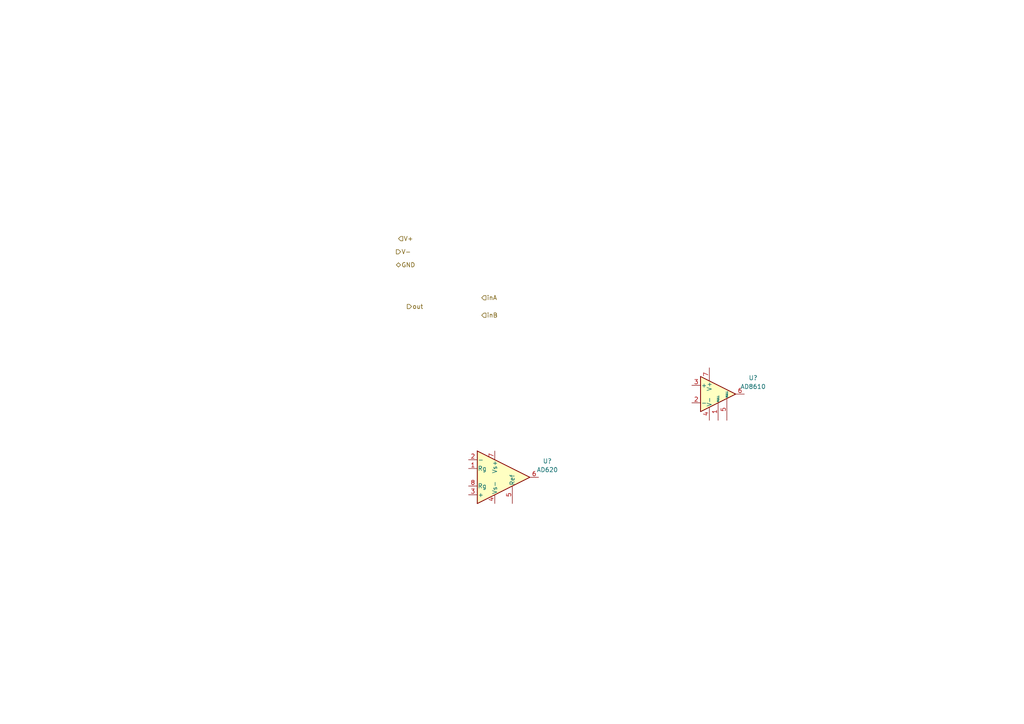
<source format=kicad_sch>
(kicad_sch (version 20211123) (generator eeschema)
  (paper "A4")
  (lib_symbols
    (symbol "Amplifier_Instrumentation:AD620" (pin_names (offset 0.127))
      (property "Reference" "U" (at 3.81 7.62 0))
      (property "Value" "AD620" (at 5.08 5.08 0))
      (symbol "AD620_0_1"
        (polyline (pts (xy -7.62 7.62) (xy -7.62 -7.62) (xy 7.62 0) (xy -7.62 7.62)) (stroke (width 0.254)) (fill (type background)))
      )
      (symbol "AD620_1_1"
        (pin passive line (at -10.16 2.54 0) (length 2.54) (name "Rg") (number "1"))
        (pin input line (at -10.16 5.08 0) (length 2.54) (name "-") (number "2"))
        (pin input line (at -10.16 -5.08 0) (length 2.54) (name "+") (number "3"))
        (pin power_in line (at -2.54 -7.62 90) (length 2.54) (name "Vs-") (number "4"))
        (pin passive line (at 2.54 -7.62 90) (length 5.08) (name "Ref") (number "5"))
        (pin output line (at 10.16 0 180) (length 2.54) (name "~") (number "6"))
        (pin power_in line (at -2.54 7.62 270) (length 2.54) (name "Vs+") (number "7"))
        (pin passive line (at -10.16 -2.54 0) (length 2.54) (name "Rg") (number "8"))
      )
    )
    (symbol "Amplifier_Operational:AD8610" (pin_names (offset 0.127))
      (property "Reference" "U" (at 0 6.35 0))
      (property "Value" "AD8610" (at 0 3.81 0))
      (symbol "AD8610_0_1"
        (polyline (pts (xy -5.08 5.08) (xy 5.08 0) (xy -5.08 -5.08) (xy -5.08 5.08)) (stroke (width 0.254)) (fill (type background)))
      )
      (symbol "AD8610_1_1"
        (pin input line (at 0 -7.62 90) (length 5.08) (name "NULL") (number "1"))
        (pin input line (at -7.62 -2.54 0) (length 2.54) (name "-") (number "2"))
        (pin input line (at -7.62 2.54 0) (length 2.54) (name "+") (number "3"))
        (pin power_in line (at -2.54 -7.62 90) (length 3.81) (name "V-") (number "4"))
        (pin input line (at 2.54 -7.62 90) (length 6.35) (name "NULL") (number "5"))
        (pin output line (at 7.62 0 180) (length 2.54) (name "~") (number "6"))
        (pin power_in line (at -2.54 7.62 270) (length 3.81) (name "V+") (number "7"))
        (pin no_connect line (at 0 2.54 270) (length 2.54) hide (name "NC") (number "8"))
      )
    )
  )
  (hierarchical_label "GND" (shape bidirectional) (at 114.935 76.835 0))
  (hierarchical_label "inB" (shape input) (at 139.7 91.44 0))
  (hierarchical_label "V-" (shape output) (at 114.935 73.025 0))
  (hierarchical_label "out" (shape output) (at 118.11 88.9 0))
  (hierarchical_label "V+" (shape input) (at 115.57 69.215 0))
  (hierarchical_label "inA" (shape input) (at 139.7 86.36 0))
  (symbol (lib_id "Amplifier_Instrumentation:AD620") (at 146.05 138.43 0) (unit 1)
    (property "Reference" "U?" (at 158.75 133.731 0))
    (property "Value" "AD620" (at 158.75 136.271 0))
    (property "Datasheet" "https://www.analog.com/media/en/technical-documentation/data-sheets/AD620.pdf" (effects hide))
  )
  (symbol (lib_id "Amplifier_Operational:AD8610") (at 208.28 114.3 0) (unit 1)
    (property "Reference" "U?" (at 218.44 109.601 0))
    (property "Value" "AD8610" (at 218.44 112.141 0))
    (property "Datasheet" "https://www.analog.com/media/en/technical-documentation/data-sheets/AD8610_8620.pdf" (effects hide))
  )
)
</source>
